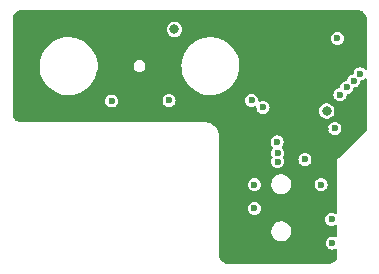
<source format=gbr>
%TF.GenerationSoftware,KiCad,Pcbnew,7.99.0-1.20230926git54171ec.fc37*%
%TF.CreationDate,2023-10-03T14:44:03+01:00*%
%TF.ProjectId,bugg-mic-r5,62756767-2d6d-4696-932d-72352e6b6963,rev?*%
%TF.SameCoordinates,Original*%
%TF.FileFunction,Copper,L5,Inr*%
%TF.FilePolarity,Positive*%
%FSLAX46Y46*%
G04 Gerber Fmt 4.6, Leading zero omitted, Abs format (unit mm)*
G04 Created by KiCad (PCBNEW 7.99.0-1.20230926git54171ec.fc37) date 2023-10-03 14:44:03*
%MOMM*%
%LPD*%
G01*
G04 APERTURE LIST*
%TA.AperFunction,ComponentPad*%
%ADD10C,0.500000*%
%TD*%
%TA.AperFunction,ViaPad*%
%ADD11C,0.600000*%
%TD*%
%TA.AperFunction,ViaPad*%
%ADD12C,0.800000*%
%TD*%
G04 APERTURE END LIST*
D10*
%TO.N,GND*%
%TO.C,U301*%
X14675000Y-1400000D03*
X13600000Y-1400000D03*
X12525000Y-325000D03*
X14675000Y-2475000D03*
X13600000Y-325000D03*
X12525000Y-2475000D03*
X12525000Y-1400000D03*
X14675000Y-325000D03*
X13600000Y-2475000D03*
%TD*%
D11*
%TO.N,GND*%
X-600000Y-3450000D03*
D12*
X15600000Y-5350000D03*
D11*
X500000Y-3450000D03*
X11650000Y-16025000D03*
X13700000Y-4400000D03*
X12950000Y2000000D03*
X11100000Y-16025000D03*
X16000000Y4350000D03*
X10550000Y1350000D03*
X-3050000Y4100000D03*
X15950000Y550000D03*
X18550000Y4000000D03*
X12850000Y-6450000D03*
X4000000Y4200000D03*
X11450000Y-3550000D03*
X10950000Y4050000D03*
%TO.N,+3V3*%
X16750000Y2350000D03*
X14000000Y-7900000D03*
D12*
X2950000Y3100000D03*
X15850000Y-3800000D03*
D11*
X11650000Y-6425000D03*
%TO.N,/SDOUT*%
X17550000Y-1800000D03*
X16325000Y-14975000D03*
%TO.N,/SCL*%
X9725000Y-10050000D03*
X11700000Y-7350000D03*
%TO.N,/BCLK*%
X18133725Y-1252932D03*
X16275000Y-12975000D03*
%TO.N,/SDA*%
X11700000Y-8100000D03*
X9725000Y-12050000D03*
%TO.N,/FSYNC*%
X18674709Y-663564D03*
X15375000Y-10025000D03*
%TO.N,Net-(U301-PDMDIN1_GPI1)*%
X-2350000Y-2950000D03*
X9500000Y-2900000D03*
%TO.N,Net-(U301-PDMCLK1_GPO1)*%
X2500000Y-2900000D03*
X10449991Y-3500009D03*
%TO.N,Net-(U301-GPIO1)*%
X16533051Y-5283051D03*
X16974627Y-2425373D03*
%TD*%
%TA.AperFunction,Conductor*%
%TO.N,GND*%
G36*
X18502425Y4749261D02*
G01*
X18636515Y4736054D01*
X18655549Y4732268D01*
X18777490Y4695278D01*
X18795420Y4687851D01*
X18907798Y4627784D01*
X18923935Y4617002D01*
X19022438Y4536162D01*
X19036161Y4522439D01*
X19117001Y4423936D01*
X19127783Y4407799D01*
X19187850Y4295422D01*
X19195277Y4277492D01*
X19232267Y4155551D01*
X19236053Y4136518D01*
X19249258Y4002457D01*
X19249497Y3997602D01*
X19249497Y3947870D01*
X19249500Y3947832D01*
X19249500Y-216706D01*
X19230593Y-274897D01*
X19181093Y-310861D01*
X19119907Y-310861D01*
X19071961Y-276977D01*
X19067335Y-270949D01*
X19067333Y-270947D01*
X19067330Y-270943D01*
X18952334Y-182703D01*
X18952330Y-182701D01*
X18818418Y-127234D01*
X18818417Y-127233D01*
X18674709Y-108314D01*
X18531000Y-127233D01*
X18530999Y-127234D01*
X18397087Y-182701D01*
X18397083Y-182703D01*
X18282090Y-270941D01*
X18282086Y-270945D01*
X18193848Y-385938D01*
X18193846Y-385942D01*
X18138379Y-519854D01*
X18138378Y-519855D01*
X18124552Y-624879D01*
X18098211Y-680104D01*
X18044440Y-709299D01*
X18039323Y-710110D01*
X17990014Y-716602D01*
X17856103Y-772069D01*
X17856099Y-772071D01*
X17741106Y-860309D01*
X17741102Y-860313D01*
X17652864Y-975306D01*
X17652862Y-975310D01*
X17597395Y-1109221D01*
X17589988Y-1165477D01*
X17563646Y-1220701D01*
X17509874Y-1249896D01*
X17504758Y-1250706D01*
X17406291Y-1263670D01*
X17406290Y-1263670D01*
X17272378Y-1319137D01*
X17272374Y-1319139D01*
X17157381Y-1407377D01*
X17157377Y-1407381D01*
X17069139Y-1522374D01*
X17069137Y-1522378D01*
X17013670Y-1656290D01*
X17013670Y-1656291D01*
X16995625Y-1793349D01*
X16969284Y-1848574D01*
X16915513Y-1877768D01*
X16910395Y-1878579D01*
X16830918Y-1889043D01*
X16830917Y-1889043D01*
X16697005Y-1944510D01*
X16697001Y-1944512D01*
X16582008Y-2032750D01*
X16582004Y-2032754D01*
X16493766Y-2147747D01*
X16493764Y-2147751D01*
X16438297Y-2281663D01*
X16438296Y-2281664D01*
X16419377Y-2425372D01*
X16419377Y-2425373D01*
X16438296Y-2569081D01*
X16438297Y-2569082D01*
X16481081Y-2672375D01*
X16493766Y-2702998D01*
X16582006Y-2817994D01*
X16697002Y-2906234D01*
X16830918Y-2961703D01*
X16974627Y-2980623D01*
X17118336Y-2961703D01*
X17252252Y-2906234D01*
X17367248Y-2817994D01*
X17455488Y-2702998D01*
X17510957Y-2569082D01*
X17529001Y-2432022D01*
X17555342Y-2376799D01*
X17609113Y-2347604D01*
X17614211Y-2346796D01*
X17693709Y-2336330D01*
X17827625Y-2280861D01*
X17942621Y-2192621D01*
X18030861Y-2077625D01*
X18086330Y-1943709D01*
X18093735Y-1887454D01*
X18120075Y-1832232D01*
X18173846Y-1803036D01*
X18178936Y-1802229D01*
X18277434Y-1789262D01*
X18411350Y-1733793D01*
X18526346Y-1645553D01*
X18614586Y-1530557D01*
X18670055Y-1396641D01*
X18683882Y-1291614D01*
X18710222Y-1236391D01*
X18763992Y-1207196D01*
X18769100Y-1206386D01*
X18818418Y-1199894D01*
X18952334Y-1144425D01*
X19067330Y-1056185D01*
X19071959Y-1050152D01*
X19122383Y-1015498D01*
X19183547Y-1017100D01*
X19232089Y-1054347D01*
X19249500Y-1110421D01*
X19249500Y-5305231D01*
X19230593Y-5363422D01*
X19220504Y-5375235D01*
X16847209Y-7748529D01*
X16832210Y-7760838D01*
X16819402Y-7769396D01*
X16819396Y-7769402D01*
X16784001Y-7822375D01*
X16764036Y-7852254D01*
X16764035Y-7852257D01*
X16764034Y-7852259D01*
X16754538Y-7899999D01*
X16744592Y-7950000D01*
X16747598Y-7965111D01*
X16749500Y-7984425D01*
X16749500Y-12444454D01*
X16730593Y-12502645D01*
X16681093Y-12538609D01*
X16619907Y-12538609D01*
X16590233Y-12522996D01*
X16552629Y-12494142D01*
X16552628Y-12494141D01*
X16552625Y-12494139D01*
X16552622Y-12494138D01*
X16552621Y-12494137D01*
X16418709Y-12438670D01*
X16418708Y-12438669D01*
X16275000Y-12419750D01*
X16131291Y-12438669D01*
X16131290Y-12438670D01*
X15997378Y-12494137D01*
X15997374Y-12494139D01*
X15882381Y-12582377D01*
X15882377Y-12582381D01*
X15794139Y-12697374D01*
X15794137Y-12697378D01*
X15738670Y-12831290D01*
X15738669Y-12831291D01*
X15719750Y-12974999D01*
X15719750Y-12975000D01*
X15738669Y-13118708D01*
X15738670Y-13118709D01*
X15794139Y-13252625D01*
X15882379Y-13367621D01*
X15997375Y-13455861D01*
X16131291Y-13511330D01*
X16275000Y-13530250D01*
X16418709Y-13511330D01*
X16552625Y-13455861D01*
X16590232Y-13427004D01*
X16647907Y-13406579D01*
X16706573Y-13423956D01*
X16743821Y-13472497D01*
X16749500Y-13505545D01*
X16749500Y-14407464D01*
X16730593Y-14465655D01*
X16681093Y-14501619D01*
X16619907Y-14501619D01*
X16608629Y-14496598D01*
X16608620Y-14496622D01*
X16468709Y-14438670D01*
X16468708Y-14438669D01*
X16325000Y-14419750D01*
X16181291Y-14438669D01*
X16181290Y-14438670D01*
X16047378Y-14494137D01*
X16047374Y-14494139D01*
X15932381Y-14582377D01*
X15932377Y-14582381D01*
X15844139Y-14697374D01*
X15844137Y-14697378D01*
X15788670Y-14831290D01*
X15788669Y-14831291D01*
X15769750Y-14974999D01*
X15769750Y-14975000D01*
X15788669Y-15118708D01*
X15788670Y-15118709D01*
X15844139Y-15252625D01*
X15932379Y-15367621D01*
X16047375Y-15455861D01*
X16181291Y-15511330D01*
X16325000Y-15530250D01*
X16468709Y-15511330D01*
X16602625Y-15455861D01*
X16602624Y-15455861D01*
X16608620Y-15453378D01*
X16609306Y-15455034D01*
X16660839Y-15444076D01*
X16716737Y-15468958D01*
X16747335Y-15521943D01*
X16749500Y-15542535D01*
X16749500Y-15997570D01*
X16749261Y-16002425D01*
X16736054Y-16136515D01*
X16732268Y-16155549D01*
X16695278Y-16277490D01*
X16687851Y-16295420D01*
X16627784Y-16407798D01*
X16617002Y-16423935D01*
X16536162Y-16522438D01*
X16522439Y-16536161D01*
X16423936Y-16617001D01*
X16407799Y-16627783D01*
X16295422Y-16687850D01*
X16277492Y-16695277D01*
X16155551Y-16732267D01*
X16136518Y-16736053D01*
X16002457Y-16749258D01*
X15997602Y-16749497D01*
X15946946Y-16749497D01*
X15946912Y-16749500D01*
X7502430Y-16749500D01*
X7497575Y-16749261D01*
X7363484Y-16736054D01*
X7344450Y-16732268D01*
X7222509Y-16695278D01*
X7204579Y-16687851D01*
X7092201Y-16627784D01*
X7076066Y-16617003D01*
X7026812Y-16576582D01*
X6977561Y-16536162D01*
X6963838Y-16522439D01*
X6882998Y-16423936D01*
X6872216Y-16407799D01*
X6812148Y-16295419D01*
X6804722Y-16277492D01*
X6804721Y-16277490D01*
X6767732Y-16155551D01*
X6763946Y-16136517D01*
X6750742Y-16002456D01*
X6750503Y-15997601D01*
X6750503Y-15947870D01*
X6750500Y-15947832D01*
X6750500Y-13953683D01*
X11145740Y-13953683D01*
X11155755Y-14138407D01*
X11205246Y-14316659D01*
X11205247Y-14316661D01*
X11205250Y-14316667D01*
X11291899Y-14480103D01*
X11291900Y-14480104D01*
X11411661Y-14621098D01*
X11411666Y-14621103D01*
X11558932Y-14733052D01*
X11558934Y-14733053D01*
X11558935Y-14733053D01*
X11558936Y-14733054D01*
X11726833Y-14810732D01*
X11907503Y-14850500D01*
X11907507Y-14850500D01*
X12046112Y-14850500D01*
X12046113Y-14850500D01*
X12183910Y-14835514D01*
X12359221Y-14776444D01*
X12517736Y-14681070D01*
X12652041Y-14553849D01*
X12742962Y-14419750D01*
X12755857Y-14400732D01*
X12755858Y-14400730D01*
X12824331Y-14228875D01*
X12854260Y-14046317D01*
X12844245Y-13861593D01*
X12794754Y-13683341D01*
X12708100Y-13519896D01*
X12588337Y-13378900D01*
X12588333Y-13378896D01*
X12441067Y-13266947D01*
X12441065Y-13266946D01*
X12273170Y-13189269D01*
X12273168Y-13189268D01*
X12237033Y-13181314D01*
X12092497Y-13149500D01*
X11953887Y-13149500D01*
X11816090Y-13164486D01*
X11757021Y-13184388D01*
X11640780Y-13223555D01*
X11640777Y-13223556D01*
X11482266Y-13318927D01*
X11482262Y-13318931D01*
X11347960Y-13446149D01*
X11244142Y-13599267D01*
X11175669Y-13771124D01*
X11175669Y-13771125D01*
X11145740Y-13953683D01*
X6750500Y-13953683D01*
X6750500Y-12050000D01*
X9169750Y-12050000D01*
X9188669Y-12193708D01*
X9188670Y-12193709D01*
X9244139Y-12327625D01*
X9332379Y-12442621D01*
X9447375Y-12530861D01*
X9581291Y-12586330D01*
X9725000Y-12605250D01*
X9868709Y-12586330D01*
X10002625Y-12530861D01*
X10117621Y-12442621D01*
X10205861Y-12327625D01*
X10261330Y-12193709D01*
X10280250Y-12050000D01*
X10261330Y-11906291D01*
X10205861Y-11772375D01*
X10117621Y-11657379D01*
X10002625Y-11569139D01*
X10002621Y-11569137D01*
X9868709Y-11513670D01*
X9868708Y-11513669D01*
X9725000Y-11494750D01*
X9581291Y-11513669D01*
X9581290Y-11513670D01*
X9447378Y-11569137D01*
X9447374Y-11569139D01*
X9332381Y-11657377D01*
X9332377Y-11657381D01*
X9244139Y-11772374D01*
X9244137Y-11772378D01*
X9188670Y-11906290D01*
X9188669Y-11906291D01*
X9169750Y-12049999D01*
X9169750Y-12050000D01*
X6750500Y-12050000D01*
X6750500Y-10050000D01*
X9169750Y-10050000D01*
X9188669Y-10193708D01*
X9188670Y-10193709D01*
X9239597Y-10316661D01*
X9244139Y-10327625D01*
X9332379Y-10442621D01*
X9447375Y-10530861D01*
X9581291Y-10586330D01*
X9725000Y-10605250D01*
X9868709Y-10586330D01*
X10002625Y-10530861D01*
X10117621Y-10442621D01*
X10205861Y-10327625D01*
X10261330Y-10193709D01*
X10280250Y-10050000D01*
X10276958Y-10024999D01*
X10267569Y-9953683D01*
X11145740Y-9953683D01*
X11155755Y-10138407D01*
X11201350Y-10302625D01*
X11205247Y-10316661D01*
X11205250Y-10316667D01*
X11291899Y-10480103D01*
X11291900Y-10480104D01*
X11411661Y-10621098D01*
X11411666Y-10621103D01*
X11558932Y-10733052D01*
X11558934Y-10733053D01*
X11558935Y-10733053D01*
X11558936Y-10733054D01*
X11726833Y-10810732D01*
X11907503Y-10850500D01*
X11907507Y-10850500D01*
X12046112Y-10850500D01*
X12046113Y-10850500D01*
X12183910Y-10835514D01*
X12359221Y-10776444D01*
X12517736Y-10681070D01*
X12652041Y-10553849D01*
X12755858Y-10400730D01*
X12824331Y-10228875D01*
X12854260Y-10046317D01*
X12853104Y-10025000D01*
X14819750Y-10025000D01*
X14838669Y-10168708D01*
X14838670Y-10168709D01*
X14894139Y-10302625D01*
X14982379Y-10417621D01*
X15097375Y-10505861D01*
X15231291Y-10561330D01*
X15375000Y-10580250D01*
X15518709Y-10561330D01*
X15652625Y-10505861D01*
X15767621Y-10417621D01*
X15855861Y-10302625D01*
X15911330Y-10168709D01*
X15930250Y-10025000D01*
X15911330Y-9881291D01*
X15855861Y-9747375D01*
X15767621Y-9632379D01*
X15652625Y-9544139D01*
X15652621Y-9544137D01*
X15518709Y-9488670D01*
X15518708Y-9488669D01*
X15375000Y-9469750D01*
X15231291Y-9488669D01*
X15231290Y-9488670D01*
X15097378Y-9544137D01*
X15097374Y-9544139D01*
X14982381Y-9632377D01*
X14982377Y-9632381D01*
X14894139Y-9747374D01*
X14894137Y-9747378D01*
X14838670Y-9881290D01*
X14838669Y-9881291D01*
X14819750Y-10024999D01*
X14819750Y-10025000D01*
X12853104Y-10025000D01*
X12844245Y-9861593D01*
X12794754Y-9683341D01*
X12708100Y-9519896D01*
X12588337Y-9378900D01*
X12588333Y-9378896D01*
X12441067Y-9266947D01*
X12441065Y-9266946D01*
X12273170Y-9189269D01*
X12273168Y-9189268D01*
X12237033Y-9181314D01*
X12092497Y-9149500D01*
X11953887Y-9149500D01*
X11816090Y-9164486D01*
X11757021Y-9184388D01*
X11640780Y-9223555D01*
X11640777Y-9223556D01*
X11482266Y-9318927D01*
X11482262Y-9318931D01*
X11347960Y-9446149D01*
X11244142Y-9599267D01*
X11175669Y-9771124D01*
X11153510Y-9906291D01*
X11145740Y-9953683D01*
X10267569Y-9953683D01*
X10261330Y-9906291D01*
X10205861Y-9772375D01*
X10117621Y-9657379D01*
X10002625Y-9569139D01*
X10002621Y-9569137D01*
X9868709Y-9513670D01*
X9868708Y-9513669D01*
X9725000Y-9494750D01*
X9581291Y-9513669D01*
X9581290Y-9513670D01*
X9447378Y-9569137D01*
X9447374Y-9569139D01*
X9332381Y-9657377D01*
X9332377Y-9657381D01*
X9244139Y-9772374D01*
X9244137Y-9772378D01*
X9188670Y-9906290D01*
X9188669Y-9906291D01*
X9169750Y-10049999D01*
X9169750Y-10050000D01*
X6750500Y-10050000D01*
X6750500Y-6425000D01*
X11094750Y-6425000D01*
X11113669Y-6568708D01*
X11113670Y-6568709D01*
X11169139Y-6702625D01*
X11257379Y-6817621D01*
X11277805Y-6833295D01*
X11312460Y-6883719D01*
X11310858Y-6944883D01*
X11296079Y-6972103D01*
X11219142Y-7072369D01*
X11219137Y-7072378D01*
X11163670Y-7206290D01*
X11163669Y-7206291D01*
X11144750Y-7349999D01*
X11144750Y-7350000D01*
X11163669Y-7493708D01*
X11163670Y-7493709D01*
X11219137Y-7627621D01*
X11219139Y-7627625D01*
X11247613Y-7664734D01*
X11268036Y-7722410D01*
X11250658Y-7781076D01*
X11247613Y-7785266D01*
X11219139Y-7822374D01*
X11219139Y-7822375D01*
X11163670Y-7956290D01*
X11163669Y-7956291D01*
X11144750Y-8099999D01*
X11144750Y-8100000D01*
X11163669Y-8243708D01*
X11163670Y-8243709D01*
X11219139Y-8377625D01*
X11307379Y-8492621D01*
X11422375Y-8580861D01*
X11556291Y-8636330D01*
X11700000Y-8655250D01*
X11843709Y-8636330D01*
X11977625Y-8580861D01*
X12092621Y-8492621D01*
X12180861Y-8377625D01*
X12236330Y-8243709D01*
X12255250Y-8100000D01*
X12236330Y-7956291D01*
X12213014Y-7900000D01*
X13444750Y-7900000D01*
X13463669Y-8043708D01*
X13463670Y-8043709D01*
X13519139Y-8177625D01*
X13607379Y-8292621D01*
X13722375Y-8380861D01*
X13856291Y-8436330D01*
X14000000Y-8455250D01*
X14143709Y-8436330D01*
X14277625Y-8380861D01*
X14392621Y-8292621D01*
X14480861Y-8177625D01*
X14536330Y-8043709D01*
X14555250Y-7900000D01*
X14545029Y-7822369D01*
X14536330Y-7756291D01*
X14480861Y-7622375D01*
X14392621Y-7507379D01*
X14277625Y-7419139D01*
X14277621Y-7419137D01*
X14143709Y-7363670D01*
X14143708Y-7363669D01*
X14000000Y-7344750D01*
X13856291Y-7363669D01*
X13856290Y-7363670D01*
X13722378Y-7419137D01*
X13722374Y-7419139D01*
X13607381Y-7507377D01*
X13607377Y-7507381D01*
X13519139Y-7622374D01*
X13519137Y-7622378D01*
X13463670Y-7756290D01*
X13463669Y-7756291D01*
X13444750Y-7899999D01*
X13444750Y-7900000D01*
X12213014Y-7900000D01*
X12180861Y-7822375D01*
X12180860Y-7822374D01*
X12180857Y-7822369D01*
X12152388Y-7785268D01*
X12131963Y-7727592D01*
X12149340Y-7668927D01*
X12152388Y-7664732D01*
X12180857Y-7627630D01*
X12180856Y-7627630D01*
X12180861Y-7627625D01*
X12236330Y-7493709D01*
X12255250Y-7350000D01*
X12236330Y-7206291D01*
X12180861Y-7072375D01*
X12092621Y-6957379D01*
X12092616Y-6957375D01*
X12092614Y-6957373D01*
X12072194Y-6941704D01*
X12037539Y-6891280D01*
X12039141Y-6830115D01*
X12053918Y-6802898D01*
X12130861Y-6702625D01*
X12186330Y-6568709D01*
X12205250Y-6425000D01*
X12186330Y-6281291D01*
X12130861Y-6147375D01*
X12042621Y-6032379D01*
X11927625Y-5944139D01*
X11927621Y-5944137D01*
X11793709Y-5888670D01*
X11793708Y-5888669D01*
X11650000Y-5869750D01*
X11506291Y-5888669D01*
X11506290Y-5888670D01*
X11372378Y-5944137D01*
X11372374Y-5944139D01*
X11257381Y-6032377D01*
X11257377Y-6032381D01*
X11169139Y-6147374D01*
X11169137Y-6147378D01*
X11113670Y-6281290D01*
X11113669Y-6281291D01*
X11094750Y-6424999D01*
X11094750Y-6425000D01*
X6750500Y-6425000D01*
X6750500Y-5901576D01*
X6719708Y-5707173D01*
X6719708Y-5707171D01*
X6658883Y-5519972D01*
X6569522Y-5344593D01*
X6524809Y-5283051D01*
X15977801Y-5283051D01*
X15996720Y-5426759D01*
X15996721Y-5426760D01*
X16052190Y-5560676D01*
X16140430Y-5675672D01*
X16255426Y-5763912D01*
X16389342Y-5819381D01*
X16533051Y-5838301D01*
X16676760Y-5819381D01*
X16810676Y-5763912D01*
X16925672Y-5675672D01*
X17013912Y-5560676D01*
X17069381Y-5426760D01*
X17088301Y-5283051D01*
X17085911Y-5264901D01*
X17069381Y-5139342D01*
X17013912Y-5005426D01*
X16925672Y-4890430D01*
X16810676Y-4802190D01*
X16810672Y-4802188D01*
X16676760Y-4746721D01*
X16676759Y-4746720D01*
X16533051Y-4727801D01*
X16389342Y-4746720D01*
X16389341Y-4746721D01*
X16255429Y-4802188D01*
X16255425Y-4802190D01*
X16140432Y-4890428D01*
X16140428Y-4890432D01*
X16052190Y-5005425D01*
X16052188Y-5005429D01*
X15996721Y-5139341D01*
X15996720Y-5139342D01*
X15977801Y-5283050D01*
X15977801Y-5283051D01*
X6524809Y-5283051D01*
X6453827Y-5185352D01*
X6314645Y-5046171D01*
X6155404Y-4930476D01*
X6155403Y-4930475D01*
X6155401Y-4930474D01*
X5980025Y-4841116D01*
X5792821Y-4780289D01*
X5598419Y-4749500D01*
X5598416Y-4749500D01*
X5524674Y-4749500D01*
X-9997570Y-4749500D01*
X-10002425Y-4749261D01*
X-10136515Y-4736054D01*
X-10155549Y-4732268D01*
X-10277489Y-4695278D01*
X-10295419Y-4687851D01*
X-10407798Y-4627784D01*
X-10423935Y-4617002D01*
X-10522437Y-4536163D01*
X-10536160Y-4522440D01*
X-10616999Y-4423938D01*
X-10627781Y-4407801D01*
X-10687848Y-4295422D01*
X-10695275Y-4277492D01*
X-10732265Y-4155552D01*
X-10736051Y-4136518D01*
X-10749258Y-4002428D01*
X-10749497Y-3997573D01*
X-10749497Y-3947871D01*
X-10749500Y-3947833D01*
X-10749500Y-2950000D01*
X-2905250Y-2950000D01*
X-2886330Y-3093709D01*
X-2830861Y-3227625D01*
X-2742621Y-3342621D01*
X-2627625Y-3430861D01*
X-2493709Y-3486330D01*
X-2350000Y-3505250D01*
X-2206291Y-3486330D01*
X-2072375Y-3430861D01*
X-1957379Y-3342621D01*
X-1869139Y-3227625D01*
X-1866967Y-3222383D01*
X-1813670Y-3093709D01*
X-1813669Y-3093708D01*
X-1794750Y-2950000D01*
X-1794750Y-2949999D01*
X-1801332Y-2900000D01*
X1944750Y-2900000D01*
X1963669Y-3043708D01*
X1963670Y-3043709D01*
X2019139Y-3177625D01*
X2107379Y-3292621D01*
X2222375Y-3380861D01*
X2356291Y-3436330D01*
X2500000Y-3455250D01*
X2643709Y-3436330D01*
X2777625Y-3380861D01*
X2892621Y-3292621D01*
X2980861Y-3177625D01*
X3036330Y-3043709D01*
X3055250Y-2900000D01*
X8944750Y-2900000D01*
X8963669Y-3043708D01*
X8963670Y-3043709D01*
X9019139Y-3177625D01*
X9107379Y-3292621D01*
X9222375Y-3380861D01*
X9356291Y-3436330D01*
X9500000Y-3455250D01*
X9643709Y-3436330D01*
X9759668Y-3388298D01*
X9820663Y-3383498D01*
X9872832Y-3415468D01*
X9896247Y-3471996D01*
X9895705Y-3492684D01*
X9894741Y-3500006D01*
X9894741Y-3500009D01*
X9913660Y-3643717D01*
X9913661Y-3643718D01*
X9969130Y-3777634D01*
X10057370Y-3892630D01*
X10172366Y-3980870D01*
X10306282Y-4036339D01*
X10449991Y-4055259D01*
X10593700Y-4036339D01*
X10727616Y-3980870D01*
X10842612Y-3892630D01*
X10913689Y-3800001D01*
X15194722Y-3800001D01*
X15213762Y-3956816D01*
X15213763Y-3956818D01*
X15239503Y-4024689D01*
X15269780Y-4104523D01*
X15359515Y-4234528D01*
X15359516Y-4234529D01*
X15359517Y-4234530D01*
X15477760Y-4339283D01*
X15617635Y-4412696D01*
X15771015Y-4450500D01*
X15771018Y-4450500D01*
X15928982Y-4450500D01*
X15928985Y-4450500D01*
X16082365Y-4412696D01*
X16222240Y-4339283D01*
X16340483Y-4234530D01*
X16430220Y-4104523D01*
X16486237Y-3956818D01*
X16505278Y-3800000D01*
X16486237Y-3643182D01*
X16430220Y-3495477D01*
X16352927Y-3383498D01*
X16340484Y-3365471D01*
X16314692Y-3342621D01*
X16222240Y-3260717D01*
X16149202Y-3222383D01*
X16082364Y-3187303D01*
X15928987Y-3149500D01*
X15928985Y-3149500D01*
X15771015Y-3149500D01*
X15771012Y-3149500D01*
X15617635Y-3187303D01*
X15477758Y-3260718D01*
X15359515Y-3365471D01*
X15269780Y-3495476D01*
X15213763Y-3643182D01*
X15213762Y-3643183D01*
X15194722Y-3799998D01*
X15194722Y-3800001D01*
X10913689Y-3800001D01*
X10930852Y-3777634D01*
X10986321Y-3643718D01*
X11005241Y-3500009D01*
X10996137Y-3430862D01*
X10986321Y-3356300D01*
X10930852Y-3222384D01*
X10842612Y-3107388D01*
X10727616Y-3019148D01*
X10727612Y-3019146D01*
X10593700Y-2963679D01*
X10593699Y-2963678D01*
X10449991Y-2944759D01*
X10306284Y-2963678D01*
X10190322Y-3011710D01*
X10129326Y-3016509D01*
X10077157Y-2984539D01*
X10053743Y-2928011D01*
X10054285Y-2907323D01*
X10055250Y-2900000D01*
X10036330Y-2756291D01*
X9980861Y-2622375D01*
X9892621Y-2507379D01*
X9777625Y-2419139D01*
X9777621Y-2419137D01*
X9643709Y-2363670D01*
X9643708Y-2363669D01*
X9500000Y-2344750D01*
X9356291Y-2363669D01*
X9356290Y-2363670D01*
X9222378Y-2419137D01*
X9222374Y-2419139D01*
X9107381Y-2507377D01*
X9107377Y-2507381D01*
X9019139Y-2622374D01*
X9019137Y-2622378D01*
X8963670Y-2756290D01*
X8963669Y-2756291D01*
X8944750Y-2899999D01*
X8944750Y-2900000D01*
X3055250Y-2900000D01*
X3036330Y-2756291D01*
X2980861Y-2622375D01*
X2892621Y-2507379D01*
X2777625Y-2419139D01*
X2777621Y-2419137D01*
X2643709Y-2363670D01*
X2643708Y-2363669D01*
X2500000Y-2344750D01*
X2356291Y-2363669D01*
X2356290Y-2363670D01*
X2222378Y-2419137D01*
X2222374Y-2419139D01*
X2107381Y-2507377D01*
X2107377Y-2507381D01*
X2019139Y-2622374D01*
X2019137Y-2622378D01*
X1963670Y-2756290D01*
X1963669Y-2756291D01*
X1944750Y-2899999D01*
X1944750Y-2900000D01*
X-1801332Y-2900000D01*
X-1813669Y-2806291D01*
X-1813670Y-2806290D01*
X-1869137Y-2672378D01*
X-1869139Y-2672374D01*
X-1957377Y-2557381D01*
X-1957381Y-2557377D01*
X-2072374Y-2469139D01*
X-2072378Y-2469137D01*
X-2206290Y-2413670D01*
X-2206291Y-2413669D01*
X-2350000Y-2394750D01*
X-2493708Y-2413669D01*
X-2493709Y-2413670D01*
X-2627621Y-2469137D01*
X-2627625Y-2469139D01*
X-2742621Y-2557379D01*
X-2830861Y-2672375D01*
X-2886330Y-2806291D01*
X-2899630Y-2907316D01*
X-2905250Y-2950000D01*
X-10749500Y-2950000D01*
X-10749500Y78704D01*
X-8454283Y78704D01*
X-8444198Y-235789D01*
X-8393979Y-546410D01*
X-8304451Y-848059D01*
X-8177084Y-1135784D01*
X-8013970Y-1404858D01*
X-8011958Y-1407381D01*
X-7822022Y-1645554D01*
X-7817786Y-1650865D01*
X-7591754Y-1869765D01*
X-7339585Y-2057963D01*
X-7065421Y-2212370D01*
X-6773762Y-2330449D01*
X-6773760Y-2330449D01*
X-6773759Y-2330450D01*
X-6719227Y-2344750D01*
X-6469399Y-2410263D01*
X-6157327Y-2450500D01*
X-5921425Y-2450500D01*
X-5921420Y-2450500D01*
X-5685992Y-2435385D01*
X-5685987Y-2435384D01*
X-5685986Y-2435384D01*
X-5556996Y-2410263D01*
X-5377140Y-2375236D01*
X-5078515Y-2276086D01*
X-4795021Y-2139562D01*
X-4531313Y-1967907D01*
X-4291720Y-1763939D01*
X-4080178Y-1531007D01*
X-3900158Y-1272936D01*
X-3900157Y-1272934D01*
X-3900154Y-1272930D01*
X-3754618Y-993963D01*
X-3754617Y-993961D01*
X-3645953Y-698686D01*
X-3645948Y-698671D01*
X-3575930Y-391901D01*
X-3559030Y-216706D01*
X-3545717Y-78704D01*
X-3545933Y-71961D01*
X-500500Y-71961D01*
X-459953Y-210053D01*
X-382143Y-331128D01*
X-273373Y-425377D01*
X-142457Y-485165D01*
X-124680Y-487720D01*
X-35804Y-500500D01*
X-35799Y-500500D01*
X35804Y-500500D01*
X124680Y-487720D01*
X142457Y-485165D01*
X273373Y-425377D01*
X382143Y-331128D01*
X459953Y-210053D01*
X500500Y-71961D01*
X500500Y71961D01*
X498523Y78695D01*
X3545717Y78695D01*
X3555802Y-235784D01*
X3555803Y-235799D01*
X3606021Y-546411D01*
X3606022Y-546413D01*
X3695547Y-848055D01*
X3822916Y-1135784D01*
X3986031Y-1404860D01*
X3986034Y-1404864D01*
X4182204Y-1650854D01*
X4182207Y-1650857D01*
X4182209Y-1650859D01*
X4182214Y-1650865D01*
X4408246Y-1869765D01*
X4431952Y-1887457D01*
X4660411Y-2057961D01*
X4745343Y-2105793D01*
X4934579Y-2212370D01*
X5132983Y-2292694D01*
X5226240Y-2330450D01*
X5320814Y-2355250D01*
X5530601Y-2410263D01*
X5842673Y-2450500D01*
X6078575Y-2450500D01*
X6078580Y-2450500D01*
X6314008Y-2435385D01*
X6622860Y-2375236D01*
X6921485Y-2276086D01*
X7204979Y-2139562D01*
X7468687Y-1967907D01*
X7708280Y-1763939D01*
X7919822Y-1531007D01*
X8099842Y-1272936D01*
X8245381Y-993964D01*
X8354052Y-698670D01*
X8424069Y-391905D01*
X8454283Y-78704D01*
X8444198Y235789D01*
X8393979Y546410D01*
X8304451Y848059D01*
X8177084Y1135784D01*
X8013970Y1404858D01*
X7817786Y1650865D01*
X7591754Y1869765D01*
X7339585Y2057963D01*
X7065421Y2212370D01*
X6773762Y2330449D01*
X6773760Y2330449D01*
X6773759Y2330450D01*
X6699210Y2349999D01*
X16194750Y2349999D01*
X16213669Y2206291D01*
X16213670Y2206290D01*
X16269137Y2072378D01*
X16269139Y2072374D01*
X16357377Y1957381D01*
X16357381Y1957377D01*
X16472374Y1869139D01*
X16472378Y1869137D01*
X16606290Y1813670D01*
X16606291Y1813669D01*
X16750000Y1794750D01*
X16893708Y1813669D01*
X16893709Y1813670D01*
X17027621Y1869137D01*
X17027625Y1869139D01*
X17142618Y1957377D01*
X17142621Y1957379D01*
X17230861Y2072375D01*
X17286330Y2206291D01*
X17305250Y2350000D01*
X17286330Y2493709D01*
X17230861Y2627625D01*
X17142621Y2742621D01*
X17027625Y2830861D01*
X16893709Y2886330D01*
X16750000Y2905250D01*
X16606291Y2886330D01*
X16472375Y2830861D01*
X16357379Y2742621D01*
X16298179Y2665470D01*
X16269139Y2627625D01*
X16269137Y2627621D01*
X16213670Y2493709D01*
X16213669Y2493708D01*
X16194750Y2350000D01*
X16194750Y2349999D01*
X6699210Y2349999D01*
X6699206Y2350000D01*
X6469399Y2410263D01*
X6157327Y2450500D01*
X5921420Y2450500D01*
X5685992Y2435385D01*
X5685987Y2435384D01*
X5685986Y2435384D01*
X5588121Y2416324D01*
X5377140Y2375236D01*
X5078515Y2276086D01*
X4795021Y2139562D01*
X4531313Y1967907D01*
X4415292Y1869137D01*
X4291721Y1763940D01*
X4080178Y1531007D01*
X3900154Y1272930D01*
X3754618Y993963D01*
X3754617Y993961D01*
X3645953Y698686D01*
X3645948Y698671D01*
X3575930Y391901D01*
X3563412Y262141D01*
X3545717Y78704D01*
X3545717Y78697D01*
X3545717Y78695D01*
X498523Y78695D01*
X459953Y210053D01*
X382143Y331128D01*
X273373Y425377D01*
X142457Y485165D01*
X124680Y487720D01*
X35804Y500500D01*
X35799Y500500D01*
X-35799Y500500D01*
X-35804Y500500D01*
X-124680Y487720D01*
X-142457Y485165D01*
X-273373Y425377D01*
X-382143Y331128D01*
X-459953Y210053D01*
X-500500Y71961D01*
X-500500Y-71961D01*
X-3545933Y-71961D01*
X-3550549Y71964D01*
X-3555802Y235784D01*
X-3555803Y235799D01*
X-3606021Y546411D01*
X-3606022Y546413D01*
X-3695547Y848055D01*
X-3822916Y1135784D01*
X-3986031Y1404860D01*
X-3986034Y1404864D01*
X-4182204Y1650854D01*
X-4182207Y1650857D01*
X-4182209Y1650859D01*
X-4182214Y1650865D01*
X-4408246Y1869765D01*
X-4525644Y1957381D01*
X-4660411Y2057961D01*
X-4745343Y2105793D01*
X-4934579Y2212370D01*
X-5226238Y2330449D01*
X-5226240Y2330450D01*
X-5370975Y2368403D01*
X-5530601Y2410263D01*
X-5842673Y2450500D01*
X-6078580Y2450500D01*
X-6314008Y2435385D01*
X-6622860Y2375236D01*
X-6921485Y2276086D01*
X-7204979Y2139562D01*
X-7468687Y1967907D01*
X-7708280Y1763939D01*
X-7919822Y1531007D01*
X-8099842Y1272936D01*
X-8245381Y993964D01*
X-8354052Y698670D01*
X-8424069Y391905D01*
X-8454283Y78704D01*
X-10749500Y78704D01*
X-10749500Y3099998D01*
X2294722Y3099998D01*
X2313762Y2943183D01*
X2313763Y2943182D01*
X2369780Y2795476D01*
X2459515Y2665471D01*
X2577758Y2560718D01*
X2717635Y2487303D01*
X2871012Y2449500D01*
X2871015Y2449500D01*
X3028987Y2449500D01*
X3182364Y2487303D01*
X3252302Y2524010D01*
X3322240Y2560717D01*
X3440483Y2665470D01*
X3530220Y2795477D01*
X3586237Y2943182D01*
X3605278Y3100000D01*
X3586237Y3256818D01*
X3530220Y3404523D01*
X3440483Y3534530D01*
X3322240Y3639283D01*
X3182365Y3712696D01*
X3028985Y3750500D01*
X2871015Y3750500D01*
X2717635Y3712696D01*
X2577760Y3639283D01*
X2577758Y3639281D01*
X2459515Y3534528D01*
X2369780Y3404523D01*
X2313763Y3256817D01*
X2313762Y3256816D01*
X2294722Y3100001D01*
X2294722Y3099998D01*
X-10749500Y3099998D01*
X-10749500Y3997573D01*
X-10749261Y4002429D01*
X-10736054Y4136515D01*
X-10732268Y4155549D01*
X-10695278Y4277489D01*
X-10687851Y4295419D01*
X-10627784Y4407798D01*
X-10617002Y4423935D01*
X-10536163Y4522437D01*
X-10522440Y4536160D01*
X-10423938Y4616999D01*
X-10407801Y4627781D01*
X-10295422Y4687848D01*
X-10277492Y4695275D01*
X-10155552Y4732265D01*
X-10136518Y4736051D01*
X-10002428Y4749258D01*
X-9997573Y4749497D01*
X-9946947Y4749497D01*
X-9946913Y4749500D01*
X18455830Y4749500D01*
X18497570Y4749500D01*
X18502425Y4749261D01*
G37*
%TD.AperFunction*%
%TD*%
M02*

</source>
